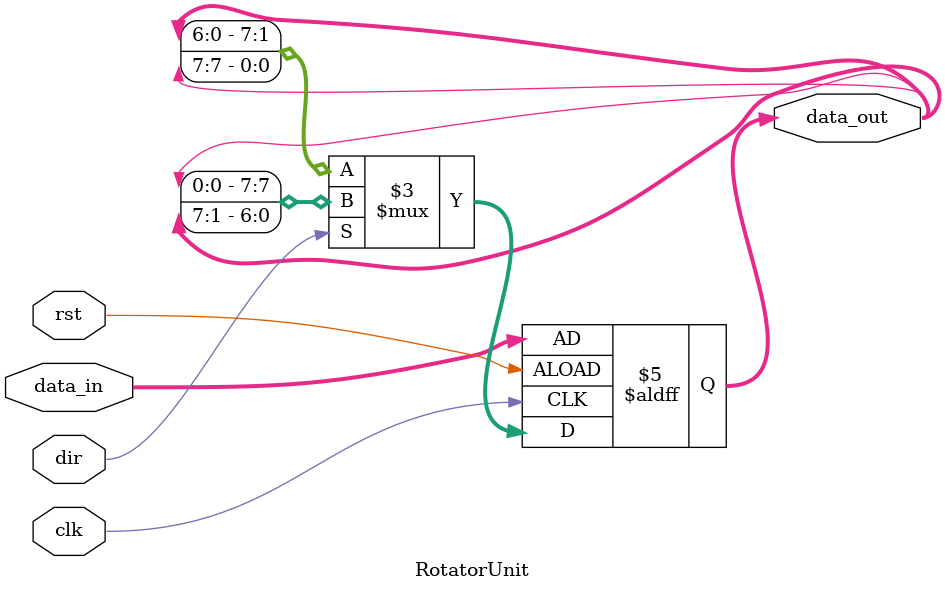
<source format=v>
module RotatorUnit(
    input clk,
    input rst,
    input dir, // 0: Left, 1: Right
    input [7:0] data_in,
    output reg [7:0] data_out
);
    always @(posedge clk or posedge rst) begin
        if (rst)
            data_out <= data_in;
        else if (dir)
            data_out <= {data_out[0], data_out[7:1]}; // Right rotate
        else
            data_out <= {data_out[6:0], data_out[7]}; // Left rotate
    end
endmodule

</source>
